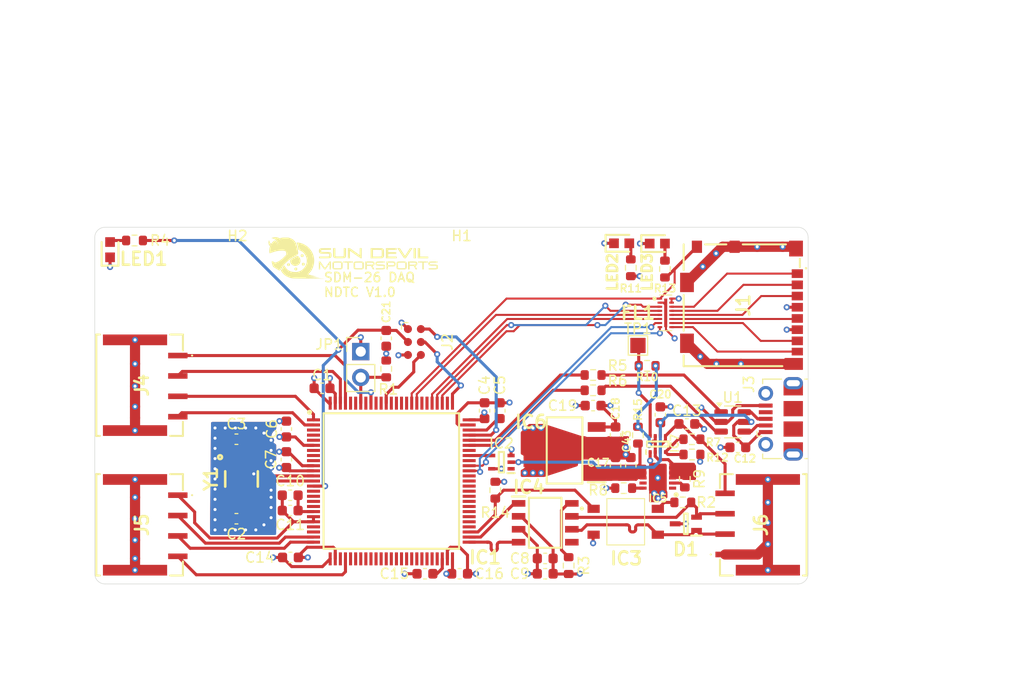
<source format=kicad_pcb>
(kicad_pcb (version 20241229) (generator "pcbnew") (generator_version "9.0")
  (layers (0 "F.Cu" signal) (4 "In1.Cu" signal) (6 "In2.Cu" signal) (2 "B.Cu" signal) (13 "F.Paste" user) (15 "B.Paste" user) (5 "F.SilkS" user "F.Silkscreen") (7 "B.SilkS" user "B.Silkscreen") (1 "F.Mask" user) (3 "B.Mask" user) (25 "Edge.Cuts" user))
  (net 0 "")
  (net 1 "GND")
  (net 2 "/HSE_OUT")
  (net 3 "/HSE_IN")
  (net 4 "+3.3V")
  (net 5 "VCC")
  (net 6 "GNDA")
  (net 7 "VBUS")
  (net 8 "/CAN_LOW")
  (net 9 "/CAN_HI")
  (net 10 "/SDMMC1_D3")
  (net 11 "Net-(FL1-DAT2_EX)")
  (net 12 "/SDMMC1_CMD")
  (net 13 "Net-(FL1-CMD_EX)")
  (net 14 "/SDMMC1_CK")
  (net 15 "Net-(FL1-DAT1_EX)")
  (net 16 "/SDMMC1_D2")
  (net 17 "Net-(FL1-CLK_EX)")
  (net 18 "Net-(FL1-DAT3_EX)")
  (net 19 "/SDMMC1_D0")
  (net 20 "Net-(FL1-DAT0_EX)")
  (net 21 "/SDMMC1_D1")
  (net 22 "/SDMMC1_CD")
  (net 33 "/Reset")
  (net 38 "WheelSpeed_2")
  (net 39 "WheelSpeed_4")
  (net 40 "/USB_OTG_DM")
  (net 45 "/SWDIO")
  (net 49 "Net-(IC1-BOOT0)")
  (net 52 "/USB_OTG_DP")
  (net 54 "/SWCLK")
  (net 62 "/FDCAN2_RX")
  (net 68 "/FDCAN2_TX")
  (net 69 "/USER_LED")
  (net 70 "/ECU_Feedback")
  (net 73 "/CAN_TERM")
  (net 75 "/SWO")
  (net 77 "WheelSpeed_3")
  (net 82 "/USB_OTG_VBUS")
  (net 86 "TC_Prediction")
  (net 90 "WheelSpeed_1")
  (net 92 "Net-(IC3-Pad6)")
  (net 93 "+5V")
  (net 96 "Net-(J3-D+)")
  (net 104 "Net-(J3-D-)")
  (net 105 "Net-(LED1-A)")
  (net 106 "Net-(IC1-VCAP_2)")
  (net 107 "Net-(IC1-VCAP_1)")
  (net 108 "Net-(LED2-A)")
  (net 111 "Net-(IC4-Rs)")
  (net 113 "Net-(IC5-ILIM)")
  (net 115 "Net-(IC5-EN{slash}UVLO)")
  (net 116 "Net-(IC7-ST)")
  (net 117 "Net-(R5-Pad1)")
  (net 118 "Net-(R6-Pad2)")
  (net 119 "/MISC_1")
  (net 120 "+3.3VA")
  (net 125 "Net-(IC7-PR1)")
  (net 126 "Net-(LED3-A)")
  (net 128 "/EFUSE_OUT")
  (footprint "SDM_MiscFootprint:ABM3B" (layer "F.Cu") (at 114.4 139.7 -90)
    (property "Reference" "Y1")
    (property "Value" "ABM3B-8.000MHZ-10-1-U-T" (hide yes))
  )
  (footprint "SDM_MiscFootprint:SM04BULHK1TA1ETBHF" (layer "F.Cu") (at 104.4 130.5 90)
    (property "Reference" "J4")
    (property "Value" "SM04B-ULHK-1TA1-ETB_HF_" (hide yes))
  )
  (footprint "Connector_PinHeader_2.54mm:PinHeader_1x02_P2.54mm_Vertical" (layer "F.Cu") (at 126.1 127.2)
    (property "Reference" "JP1")
    (property "Value" "BOOT")
  )
  (footprint "Resistor_SMD:R_0603_1608Metric" (layer "F.Cu") (at 153.3 135.4 -90)
    (property "Reference" "R15")
    (property "Value" "0")
  )
  (footprint "SDM_MiscFootprint:SOT65P210X110-5L" (layer "F.Cu") (at 139.9 138.05 180)
    (property "Reference" "IC2")
    (property "Value" "74LVC1G17SE-7" (hide yes))
  )
  (footprint "Resistor_SMD:R_0603_1608Metric" (layer "F.Cu") (at 148.9 131)
    (property "Reference" "R6")
    (property "Value" "27")
  )
  (footprint "Capacitor_SMD:C_0603_1608Metric" (layer "F.Cu") (at 132.4 149 180)
    (property "Reference" "C15")
    (property "Value" "2.2uF")
  )
  (footprint "MountingHole:MountingHole_3.2mm_M3" (layer "F.Cu") (at 136 120)
    (property "Reference" "H1")
    (property "Value" "M3")
  )
  (footprint "Capacitor_SMD:C_0603_1608Metric" (layer "F.Cu") (at 118.8 137.8 90)
    (property "Reference" "C7")
    (property "Value" "100nF")
  )
  (footprint "Capacitor_SMD:C_0603_1608Metric" (layer "F.Cu") (at 119.175 142.8 180)
    (property "Reference" "C11")
    (property "Value" "1uF")
  )
  (footprint "Resistor_SMD:R_0603_1608Metric" (layer "F.Cu") (at 154.2 128.6 180)
    (property "Reference" "R10")
    (property "Value" "10k")
  )
  (footprint "Package_TO_SOT_SMD:SOT-23-6" (layer "F.Cu") (at 162.6 134.1)
    (property "Reference" "U1")
    (property "Value" "USBLC6-2SC6")
  )
  (footprint "SDM_MiscFootprint:SM04BULHK1TA1ETBHF" (layer "F.Cu") (at 165.6 144.2 -90)
    (property "Reference" "J6")
    (property "Value" "SM04B-ULHK-1TA1-ETB_HF_" (hide yes))
  )
  (footprint "SDM_MiscFootprint:SOIC127P600X175-8L" (layer "F.Cu") (at 144.2 144)
    (property "Reference" "IC4")
    (property "Value" "SN65HVD230QDR" (hide yes))
  )
  (footprint "SDM_MiscFootprint:1040310811" (layer "F.Cu") (at 163.644 122.655 90)
    (property "Reference" "J1")
    (property "Value" "104031-0811" (hide yes))
  )
  (footprint "Capacitor_SMD:C_0603_1608Metric" (layer "F.Cu") (at 128.6 125.9 -90)
    (property "Reference" "C21")
    (property "Value" "100nF")
  )
  (footprint "SDM_MiscFootprint:SOTFL50P160X60-8L" (layer "F.Cu") (at 155.25 136.2695 90)
    (property "Reference" "IC7")
    (property "Value" "TPS2116DRLR" (hide yes))
  )
  (footprint "TestPoint:TestPoint_Pad_1.5x1.5mm" (layer "F.Cu") (at 153.3 126.6)
    (property "Reference" "TP1")
    (property "Value" "ST_5V")
  )
  (footprint "Capacitor_SMD:C_0603_1608Metric" (layer "F.Cu") (at 139.75 133 -90)
    (property "Reference" "C5")
    (property "Value" "2.2uF")
  )
  (footprint "Resistor_SMD:R_0603_1608Metric" (layer "F.Cu") (at 128.6 128.9 -90)
    (property "Reference" "R1")
    (property "Value" "10k")
  )
  (footprint "Capacitor_SMD:C_0603_1608Metric" (layer "F.Cu") (at 122.3 130.8 180)
    (property "Reference" "C1")
    (property "Value" "100nF")
  )
  (footprint "LOGO" (layer "F.Cu") (at 125.4 118)
    (property "Reference" "G***" (hide yes))
    (property "Value" "LOGO" (hide yes))
  )
  (footprint "SDM_MiscFootprint:LEDC1608X80N" (layer "F.Cu") (at 151.7 116.575)
    (property "Reference" "LED2")
    (property "Value" "150060RS75000" (hide yes))
  )
  (footprint "Resistor_SMD:R_0603_1608Metric" (layer "F.Cu") (at 157.9 139.7 -90)
    (property "Reference" "R9")
    (property "Value" "1M")
  )
  (footprint "Resistor_SMD:R_0603_1608Metric" (layer "F.Cu") (at 139.3 140.8 -90)
    (property "Reference" "R14")
    (property "Value" "10k")
  )
  (footprint "Capacitor_SMD:C_0603_1608Metric" (layer "F.Cu") (at 155.5 133.4 90)
    (property "Reference" "C20")
    (property "Value" "1uF")
  )
  (footprint "SDM_MiscFootprint:Tag-Connect_TC2030-IDC-NL_2x03_P1.27mm_Vertical" (layer "F.Cu") (at 131.365 126.26 -90)
    (property "Reference" "J2")
    (property "Value" "Conn_ARM_SWD_TagConnect_TC2030-NL")
  )
  (footprint "Resistor_SMD:R_0603_1608Metric" (layer "F.Cu") (at 158.6 137.3)
    (property "Reference" "R12")
    (property "Value" "10k")
  )
  (footprint "Capacitor_SMD:C_0603_1608Metric" (layer "F.Cu") (at 113.9 143.6 180)
    (property "Reference" "C2")
    (property "Value" "6pF")
  )
  (footprint "SDM_MiscFootprint:LEDC1608X80N" (layer "F.Cu") (at 101.5 117.2 90)
    (property "Reference" "LED1")
    (property "Value" "150060GS75000" (hide yes))
  )
  (footprint "Capacitor_SMD:C_0603_1608Metric" (layer "F.Cu") (at 135.8 149 180)
    (property "Reference" "C16")
    (property "Value" "100nF")
  )
  (footprint "Capacitor_SMD:C_0603_1608Metric" (layer "F.Cu") (at 152.6 138.375 90)
    (property "Reference" "C43")
    (property "Value" "1uF")
  )
  (footprint "Capacitor_SMD:C_0603_1608Metric" (layer "F.Cu") (at 151.1 138.375 -90)
    (property "Reference" "C17")
    (property "Value" "10uF")
  )
  (footprint "Resistor_SMD:R_0603_1608Metric" (layer "F.Cu") (at 151.9 140.6)
    (property "Reference" "R8")
    (property "Value" "60.4k")
  )
  (footprint "SDM_MiscFootprint:SM04BULHK1TA1ETBHF" (layer "F.Cu") (at 104.4 144.2 90)
    (property "Reference" "J5")
    (property "Value" "SM04B-ULHK-1TA1-ETB_HF_" (hide yes))
  )
  (footprint "Capacitor_SMD:C_0603_1608Metric" (layer "F.Cu") (at 119.175 141.3)
    (property "Reference" "C10")
    (property "Value" "100nF")
  )
  (footprint "Resistor_SMD:R_0603_1608Metric" (layer "F.Cu") (at 148.9 129.5 180)
    (property "Reference" "R5")
    (property "Value" "27")
  )
  (footprint "SDM_MiscFootprint:SOT65P210X110-3N" (layer "F.Cu") (at 158 144.1 180)
    (property "Reference" "D1")
    (property "Value" "ESDCAN03-2BWY" (hide yes))
  )
  (footprint "SDM_MiscFootprint:TLP266J" (layer "F.Cu") (at 152.15 143.9)
    (property "Reference" "IC3")
    (property "Value" "TLP175A_TPL,E" (hide yes))
  )
  (footprint "SDM_MiscFootprint:SON50P300X300X100-11L-D" (layer "F.Cu") (at 155.249 139.6 180)
    (property "Reference" "IC5")
    (property "Value" "TPS259250DRCR" (hide yes))
  )
  (footprint "Capacitor_SMD:C_0603_1608Metric" (layer "F.Cu") (at 163.1 136.6)
    (property "Reference" "C12")
    (property "Value" "100nF")
  )
  (footprint "Resistor_SMD:R_0603_1608Metric" (layer "F.Cu") (at 103.9 116.3 180)
    (property "Reference" "R4")
    (property "Value" "5.05")
  )
  (footprint "Capacitor_SMD:C_0603_1608Metric" (layer "F.Cu") (at 144.2 149)
    (property "Reference" "C9")
    (property "Value" "100nF")
  )
  (footprint "Capacitor_SMD:C_0603_1608Metric" (layer "F.Cu") (at 144.2 147.5)
    (property "Reference" "C8")
    (property "Value" "100nF")
  )
  (footprint "Resistor_SMD:R_0603_1608Metric" (layer "F.Cu") (at 146.5 148.2 90)
    (property "Reference" "R3")
    (property "Value" "10k")
  )
  (footprint "SDM_MiscFootprint:QFP50P1600X1600X160-100L" (layer "F.Cu") (at 129.1 139.9)
    (property "Reference" "IC1")
    (property "Value" "STM32H743VIT6" (hide yes))
  )
  (footprint "Capacitor_SMD:C_0603_1608Metric" (layer "F.Cu") (at 118.8 134.8 90)
    (property "Reference" "C6")
    (property "Value" "100nF")
  )
  (footprint "Capacitor_SMD:C_0603_1608Metric" (layer "F.Cu") (at 151.1 135.375 90)
    (property "Reference" "C18")
    (property "Value" "10uF")
  )
  (footprint "Connector_USB:USB_Micro-B_Molex-105017-0001" (layer "F.Cu") (at 167.3 133.8 90)
    (property "Reference" "J3")
    (property "Value" "USB_B_Micro")
  )
  (footprint "SDM_MiscFootprint:SOT230P700X180-4N" (layer "F.Cu") (at 146.1 136.9 180)
    (property "Reference" "IC6")
    (property "Value" "MIC37100-3.3WS" (hide yes))
  )
  (footprint "MountingHole:MountingHole_3.2mm_M3" (layer "F.Cu") (at 114 120)
    (property "Reference" "H2")
    (property "Value" "M3")
  )
  (footprint "Resistor_SMD:R_0603_1608Metric" (layer "F.Cu") (at 157.7 142)
    (property "Reference" "R2")
    (property "Value" "120")
  )
  (footprint "Capacitor_SMD:C_0603_1608Metric" (layer "F.Cu") (at 113.9 135.8)
    (property "Reference" "C3")
    (property "Value" "6pF")
  )
  (footprint "Resistor_SMD:R_0603_1608Metric" (layer "F.Cu") (at 155.95 119.1 90)
    (property "Reference" "R13")
    (property "Value" "68")
  )
  (footprint "Capacitor_SMD:C_0603_1608Metric" (layer "F.Cu") (at 138.25 133 -90)
    (property "Reference" "C4")
    (property "Value" "100nF")
  )
  (footprint "Capacitor_SMD:C_0603_1608Metric" (layer "F.Cu") (at 158.1 134.3 180)
    (property "Reference" "C13")
    (property "Value" "1uF")
  )
  (footprint "Resistor_SMD:R_0603_1608Metric" (layer "F.Cu") (at 158.6 135.8 180)
    (property "Reference" "R7")
    (property "Value" "10k")
  )
  (footprint "SDM_MiscFootprint:LEDC1608X80N" (layer "F.Cu") (at 155.2 116.6)
    (property "Reference" "LED3")
    (property "Value" "150060RS75000" (hide yes))
  )
  (footprint "Resistor_SMD:R_0603_1608Metric" (layer "F.Cu") (at 152.6 118.975 90)
    (property "Reference" "R11")
    (property "Value" "68")
  )
  (footprint "SDM_MiscFootprint:EMIF06MSD02N16" (layer "F.Cu") (at 155.825 123.4 -90)
    (property "Reference" "FL1")
    (property "Value" "EMIF06-MSD02N16" (hide yes))
  )
  (footprint "Capacitor_SMD:C_0603_1608Metric" (layer "F.Cu") (at 148.9 132.5)
    (property "Reference" "C19")
    (property "Value" "4.7uF")
  )
  (footprint "Capacitor_SMD:C_0603_1608Metric" (layer "F.Cu") (at 119.2 147.4)
    (property "Reference" "C14")
    (property "Value" "100nF")
  )
  (gr_line (start 101 115) (end 169 115) (stroke (width 0.05)) (layer "Edge.Cuts"))
  (gr_arc (start 170 149) (mid 169.707107 149.707107) (end 169 150) (stroke (width 0.05)) (layer "Edge.Cuts"))
  (gr_arc (start 100 116) (mid 100.292893 115.292893) (end 101 115) (stroke (width 0.05)) (layer "Edge.Cuts"))
  (gr_arc (start 101 150) (mid 100.292893 149.707107) (end 100 149) (stroke (width 0.05)) (layer "Edge.Cuts"))
  (gr_line (start 100 149) (end 100 116) (stroke (width 0.05)) (layer "Edge.Cuts"))
  (gr_line (start 170 116) (end 170 149) (stroke (width 0.05)) (layer "Edge.Cuts"))
  (gr_line (start 169 150) (end 101 150) (stroke (width 0.05)) (layer "Edge.Cuts"))
  (gr_arc (start 169 115) (mid 169.707107 115.292893) (end 170 116) (stroke (width 0.05)) (layer "Edge.Cuts"))
  (gr_text "SDM-26 DAQ\nNDTC V1.0" (at 122.4 121.9 0) (layer "F.SilkS") (effects (font (size 0.9 0.9)) (justify left bottom)))
  (segment (start 154.5 137.9) (end 154.5 137.0575) (width 0.3) (layer "F.Cu") (net 1))
  (segment (start 113.125 143.6) (end 113.125 141.775) (width 0.3) (layer "F.Cu") (net 1))
  (segment (start 159.414 127.686) (end 158.113 126.385) (width 1) (layer "F.Cu") (net 1))
  (segment (start 113.125 143.6) (end 113.125 144.375) (width 0.3) (layer "F.Cu") (net 1))
  (segment (start 147.575 149.025) (end 147.6 149) (width 0.3) (layer "F.Cu") (net 1))
  (segment (start 138.25 132.225) (end 139.75 132.225) (width 0.3) (layer "F.Cu") (net 1))
  (segment (start 168.638 116.915) (end 168.813 117.09) (width 1) (layer "F.Cu") (net 1))
  (segment (start 136.625 132.225) (end 138.25 132.225) (width 0.3) (layer "F.Cu") (net 1))
  (segment (start 144.975 146.512) (end 144.975 147.5) (width 0.3) (layer "F.Cu") (net 1))
  (segment (start 123.1 132.262) (end 122.987 132.262) (width 0.3) (layer "F.Cu") (net 1))
  (segment (start 149.95 137.6) (end 149.25 136.9) (width 0.3) (layer "F.Cu") (net 1))
  (segment (start 136.575 149) (end 137.4 149) (width 0.3) (layer "F.Cu") (net 1))
  (segment (start 162.788 116.915) (end 161.613 116.915) (width 1) (layer "F.Cu") (net 1))
  (segment (start 163.4 128.41) (end 161 128.41) (width 1) (layer "F.Cu") (net 1))
  (segment (start 166.05 142) (end 166.05 144) (width 1) (layer "F.Cu") (net 1))
  (segment (start 103.95 145.7) (end 103.95 147.5) (width 1) (layer "F.Cu") (net 1))
  (segment (start 152.3 137.3) (end 152.6 137.6) (width 0.3) (layer "F.Cu") (net 1))
  (segment (start 148.9 145.22) (end 148.95 145.17) (width 0.3) (layer "F.Cu") (net 1))
  (segment (start 151.1 137.6) (end 149.95 137.6) (width 0.3) (layer "F.Cu") (net 1))
  (segment (start 139.75 132.225) (end 140.675 132.225) (width 0.3) (layer "F.Cu") (net 1))
  (segment (start 150.2 140.6) (end 151.075 140.6) (width 0.3) (layer "F.Cu") (net 1))
  (segment (start 123.1 147.538) (end 122.338 148.3) (width 0.3) (layer "F.Cu") (net 1))
  (segment (start 140.85 136.85) (end 140.9 136.8) (width 0.3) (layer "F.Cu") (net 1))
  (segment (start 151.65 136.15) (end 151.1 136.15) (width 0.3) (layer "F.Cu") (net 1))
  (segment (start 166.05 139.75) (end 166.05 142) (width 1) (layer "F.Cu") (net 1))
  (segment (start 140.85 137.4) (end 140.85 136.85) (width 0.3) (layer "F.Cu") (net 1))
  (segment (start 103.95 132.6) (end 103.95 133.7) (width 1) (layer "F.Cu") (net 1))
  (segment (start 160.138 128.41) (end 159.414 127.686) (width 1) (layer "F.Cu") (net 1))
  (segment (start 144.975 146.512) (end 141.828 143.365) (width 0.3) (layer "F.Cu") (net 1))
  (segment (start 103.95 140.05) (end 103.95 141.5) (width 1) (layer "F.Cu") (net 1))
  (segment (start 150 136.15) (end 149.25 136.9) (width 0.3) (layer "F.Cu") (net 1))
  (segment (start 118.98781 137.025) (end 118.8 137.025) (width 0.3) (layer "F.Cu") (net 1))
  (segment (start 156.051 123.426) (end 156.025 123.4) (width 0.2) (layer "F.Cu") (net 1))
  (segment (start 118.1 137.025) (end 118.8 137.025) (width 0.3) (layer "F.Cu") (net 1))
  (segment (start 103.95 126.05) (end 103.95 128.4) (width 1) (layer "F.Cu") (net 1))
  (segment (start 113.125 141.775) (end 113.2 141.7) (width 0.3) (layer "F.Cu") (net 1))
  (segment (start 159.28076 134.3) (end 159.79038 134.80962) (width 0.3) (layer "F.Cu") (net 1))
  (segment (start 146.5 149.025) (end 145 149.025) (width 0.3) (layer "F.Cu") (net 1))
  (segment (start 161 128.41) (end 160.138 128.41) (width 1) (layer "F.Cu") (net 1))
  (segment (start 162.788 116.915) (end 165 116.915) (width 1) (layer "F.Cu") (net 1))
  (segment (start 165.8375 132.5) (end 163.012322 132.5) (width 0.3) (layer "F.Cu") (net 1))
  (segment (start 148.9 146) (end 148.9 145.22) (width 0.3) (layer "F.Cu") (net 1))
  (segment (start 141.589 143.465) (end 141.928 143.465) (width 0.3) (layer "F.Cu") (net 1))
  (segment (start 113.125 144.375) (end 112.8 144.7) (width 0.3) (layer "F.Cu") (net 1))
  (segment (start 115.6 139.2) (end 115.6 137.7) (width 0.3) (layer "F.Cu") (net 1))
  (segment (start 134.9 146.4) (end 135.8 146.4) (width 0.3) (layer "F.Cu") (net 1))
  (segment (start 122.338 148.3) (end 119.325 148.3) (width 0.3) (layer "F.Cu") (net 1))
  (segment (start 122.987 132.262) (end 121.525 130.8) (width 0.3) (layer "F.Cu") (net 1))
  (segment (start 123.1 132.362) (end 123.087 132.362) (width 0.3) (layer "F.Cu") (net 1))
  (segment (start 156.025 123.4) (end 156.025 122.625) (width 0.2) (layer "F.Cu") (net 1))
  (segment (start 136.575 147.175) (end 136.575 149) (width 0.3) (layer "F.Cu") (net 1))
  (segment (start 151.1 136.15) (end 150 136.15) (width 0.3) (layer "F.Cu") (net 1))
  (segment (start 156.9 125.9) (end 156.051 125.051) (width 0.2) (layer "F.Cu") (net 1))
  (segment (start 136.738 134.4) (end 135.7 134.4) (width 0.3) (layer "F.Cu") (net 1))
  (segment (start 135.7 134.4) (end 135.55 134.25) (width 0.3) (layer "F.Cu") (net 1))
  (segment (start 165 116.915) (end 167.5 116.915) (width 1) (layer "F.Cu") (net 1))
  (segment (start 161.85 147.11) (end 165.04 147.11) (width 1) (layer "F.Cu") (net 1))
  (segment (start 162.6 133.624998) (end 162.124998 134.1) (width 0.3) (layer "F.Cu") (net 1))
  (segment (start 166.05 146.1) (end 166.05 148.65) (width 1) (layer "F.Cu") (net 1))
  (segment (start 152.1 137.3) (end 151.8 137.6) (width 0.3) (layer "F.Cu") (net 1))
  (segment (start 161.613 116.915) (end 160.964 117.564) (width 1) (layer "F.Cu") (net 1))
  (segment (start 147.2 132.5) (end 148.125 132.5) (width 0.3) (layer "F.Cu") (net 1))
  (segment (start 166.05 144) (end 166.05 146.1) (width 1) (layer "F.Cu") (net 1))
  (segment (start 101.5 117.95) (end 101.5 118.9) (width 0.3) (layer "F.Cu") (net 1))
  (segment (start 156.95 144.1) (end 158 144.1) (width 0.3) (layer "F.Cu") (net 1))
  (segment (start 159.425 137.975) (end 159.4 138) (width 0.3) (layer "F.Cu") (net 1))
  (segment (start 103.95 147.5) (end 103.95 148.599) (width 1) (layer "F.Cu") (net 1))
  (segment (start 118.425 147.4) (end 117.5 147.4) (width 0.3) (layer "F.Cu") (net 1))
  (segment (start 131.625 149) (end 130.4 149) (width 0.3) (layer "F.Cu") (net 1))
  (segment (start 139.3 139.975) (end 140.175 139.975) (width 0.3) (layer "F.Cu") (net 1))
  (segment (start 167.5 116.915) (end 168.638 116.915) (width 1) (layer "F.Cu") (net 1))
  (segment (start 160.964 117.564) (end 159.664 118.864) (width 1) (layer "F.Cu") (net 1))
  (segment (start 118.8 137.1) (end 118.8 137.025) (width 0.2) (layer "F.Cu") (net 1))
  (segment (start 158.875 134.3) (end 159.28076 134.3) (width 0.3) (layer "F.Cu") (net 1))
  (segment (start 134.6 147.538) (end 134.6 146.7) (width 0.3) (layer "F.Cu") (net 1))
  (segment (start 130.73 127.53) (end 129.83 127.53) (width 0.3) (layer "F.Cu") (net 1))
  (segment (start 168.938 125.05) (end 167.9 125.05) (width 0.3) (layer "F.Cu") (net 1))
  (segment (start 144.975 147.5) (end 144.975 149) (width 0.3) (layer "F.Cu") (net 1))
  (segment (start 162.325 136.6) (end 161.4 136.6) (width 0.3) (layer "F.Cu") (net 1))
  (segment (start 135.8 146.4) (end 136.575 147.175) (width 0.3) (layer "F.Cu") (net 1))
  (segment (start 152.1 137.3) (end 152.3 137.3) (width 0.3) (layer "F.Cu") (net 1))
  (segment (start 103.95 130.6) (end 103.95 132.6) (width 1) (layer "F.Cu") (net 1))
  (segment (start 155.45 122.4) (end 155.8 122.4) (width 0.2) (layer "F.Cu") (net 1))
  (segment (start 146.5 149.025) (end 147.575 149.025) (width 0.3) (layer "F.Cu") (net 1))
  (segment (start 141.828 143.365) (end 141.589 143.365) (width 0.3) (layer "F.Cu") (net 1))
  (segment (start 163.012322 132.5) (end 162.6 132.912322) (width 0.3) (layer "F.Cu") (net 1))
  (segment (start 128.6 127.4) (end 128.6 126.675) (width 0.3) (layer "F.Cu") (net 1))
  (segment (start 103.95 141.5) (end 103.95 143.6) (width 1) (layer "F.Cu") (net 1))
  (segment (start 159.664 118.864) (end 158.113 120.415) (width 1) (layer "F.Cu") (net 1))
  (segment (start 160.91924 134.1) (end 159.50962 132.69038) (width 0.3) (layer "F.Cu") (net 1))
  (segment (start 113.125 135.8) (end 113.125 135.025) (width 0.3) (layer "F.Cu") (net 1))
  (segment (start 140.675 132.225) (end 140.7 132.2) (width 0.3) (layer "F.Cu") (net 1))
  (segment (start 161.4625 134.1) (end 160.91924 134.1) (width 0.3) (layer "F.Cu") (net 1))
  (segment (start 155.5 132.625) (end 156.475 132.625) (width 0.3) (layer "F.Cu") (net 1))
  (segment (start 159.425 137.3) (end 159.425 137.975) (width 0.3) (layer "F.Cu") (net 1))
  (segment (start 156.475 132.625) (end 156.5 132.6) (width 0.3) (layer "F.Cu") (net 1))
  (segment (start 103.95 133.7) (end 103.95 134.95) (width 1) (layer "F.Cu") (net 1))
  (segment (start 120.36281 138.4) (end 118.98781 137.025) (width 0.3) (layer "F.Cu") (net 1))
  (segment (start 135.55 134.25) (end 135.55 133.3) (width 0.3) (layer "F.Cu") (net 1))
  (segment (start 118.125 134.025) (end 118.8 134.025) (width 0.3) (layer "F.Cu") (net 1))
  (segment (start 151.1 137.6) (end 151.1 136.15) (width 0.3) (layer "F.Cu") (net 1))
  (segment (start 156.025 122.625) (end 155.8 122.4) (width 0.2) (layer "F.Cu") (net 1))
  (segment (start 123.1 132.362) (end 123.1 132.175) (width 0.3) (layer "F.Cu") (net 1))
  (segment (start 121.525 130.8) (end 121.525 129.8) (width 0.3) (layer "F.Cu") (net 1))
  (segment (start 152.1 136.6) (end 151.65 136.15) (width 0.3) (layer "F.Cu") (net 1))
  (segment (start 121.462 138.4) (end 120.36281 138.4) (width 0.3) (layer "F.Cu") (net 1))
  (segment (start 103.95 128.4) (end 103.95 130.6) (width 1) (layer "F.Cu") (net 1))
  (segment (start 128.6 128.075) (end 128.6 127.4) (width 0.3) (layer "F.Cu") (net 1))
  (segment (start 162.6 132.912322) (end 162.6 133.624998) (width 0.3) (layer "F.Cu") (net 1))
  (segment (start 150.95 116.575) (end 150 116.575) (width 0.3) (layer "F.Cu") (net 1))
  (segment (start 162.124998 134.1) (end 161.4625 134.1) (width 0.3) (layer "F.Cu") (net 1))
  (segment (start 103.95 143.6) (end 103.95 145.7) (width 1) (layer "F.Cu") (net 1))
  (segment (start 119.325 148.3) (end 118.425 147.4) (width 0.3) (layer "F.Cu") (net 1))
  (segment (start 165.04 147.11) (end 166.05 146.1) (width 1) (layer "F.Cu") (net 1))
  (segment (start 151.8 137.6) (end 151.1 137.6) (width 0.3) (layer "F.Cu") (net 1))
  (segment (start 135.55 133.3) (end 136.625 132.225) (width 0.3) (layer "F.Cu") (net 1))
  (segment (start 134.6 146.7) (end 134.9 146.4) (width 0.3) (layer "F.Cu") (net 1))
  (segment (start 113.125 135.025) (end 112.8 134.7) (width 0.3) (layer "F.Cu") (net 1))
  (segment (start 154.45 116.6) (end 153.5 116.6) (width 0.3) (layer "F.Cu") (net 1))
  (segment (start 156.051 125.051) (end 156.051 123.426) (width 0.2) (layer "F.Cu") (net 1))
  (segment (start 168.588 128.41) (end 163.4 128.41) (width 1) (layer "F.Cu") (net 1))
  (segment (start 145 149.025) (end 144.975 149) (width 0.3) (layer "F.Cu") (net 1))
  (via (at 117.299997 138.6) (size 0.6) (drill 0.3) (layers "F.Cu" "B.Cu") (net 1))
  (via (at 166.05 139.75) (size 0.6) (drill 0.3) (layers "F.Cu" "B.Cu") (net 1))
  (via (at 111.8 138.7) (size 0.6) (drill 0.3) (layers "F.Cu" "B.Cu") (net 1))
  (via (at 140.7 132.2) (size 0.6) (drill 0.3) (layers "F.Cu" "B.Cu") (net 1))
  (via (at 121.525 129.8) (size 0.6) (drill 0.3) (layers "F.Cu" "B.Cu") (net 1))
  (via (at 147.6 149) (size 0.6) (drill 0.3) (layers "F.Cu" "B.Cu") (net 1))
  (via (at 112.8 144.7) (size 0.6) (drill 0.3) (layers "F.Cu" "B.Cu") (net 1))
  (via (at 117.3 143.5) (size 0.6) (drill 0.3) (layers "F.Cu" "B.Cu") (net 1))
  (via (at 111.8 143.7) (size 0.6) (drill 0.3) (layers "F.Cu" "B.Cu") (net 1))
  (via (at 167.9 125.05) (size 0.6) (drill 0.3) (layers "F.Cu" "B.Cu") (net 1))
  (via (at 114.8 144.7) (size 0.6) (drill 0.3) (layers "F.Cu" "B.Cu") (net 1))
  (via (at 152.1 136.6) (size 0.6) (drill 0.3) (layers "F.Cu" "B.Cu") (net 1))
  (via (at 111.8 136.7) (size 0.6) (drill 0.3) (layers "F.Cu" "B.Cu") (net 1))
  (via (at 115.6 139.2) (size 0.6) (drill 0.3) (layers "F.Cu" "B.Cu") (net 1))
  (via (at 148.9 146) (size 0.6) (drill 0.3) (layers "F.Cu" "B.Cu") (net 1))
  (via (at 140.9 136.8) (size 0.6) (drill 0.3) (layers "F.Cu" "B.Cu") (net 1))
  (via (at 159.4 138) (size 0.6) (drill 0.3) (layers "F.Cu" "B.Cu") (net 1))
  (via (at 158 144.1) (size 0.6) (drill 0.3) (layers "F.Cu" "B.Cu") (net 1))
  (via (at 163.4 128.41) (size 0.6) (drill 0.3) (layers "F.Cu" "B.Cu") (net 1))
  (via (at 156.9 125.9) (size 0.6) (drill 0.3) (layers "F.Cu" "B.Cu") (net 1))
  (via (at 159.414 127.686) (size 0.6) (drill 0.3) (layers "F.Cu" "B.Cu") (net 1))
  (via (at 161 128.41) (size 0.6) (drill 0.3) (layers "F.Cu" "B.Cu") (net 1))
  (via (at 115.8 134.7) (size 0.6) (drill 0.3) (layers "F.Cu" "B.Cu") (net 1))
  (via (at 166.05 146.1) (size 0.6) (drill 0.3) (layers "F.Cu" "B.Cu") (net 1))
  (via (at 166.05 144) (size 0.6) (drill 0.3) (layers "F.Cu" "B.Cu") (net 1))
  (via (at 103.95 145.7) (size 0.6) (drill 0.3) (layers "F.Cu" "B.Cu") (net 1))
  (via (at 137.4 149) (size 0.6) (drill 0.3) (layers "F.Cu" "B.Cu") (net 1))
  (via (at 114.8 134.7) (size 0.6) (drill 0.3) (layers "F.Cu" "B.Cu") (net 1))
  (via (at 161.4 136.6) (size 0.6) (drill 0.3) (layers "F.Cu" "B.Cu") (net 1))
  (via (at 103.95 139.75) (size 0.6) (drill 0.3) (layers "F.Cu" "B.Cu") (net 1))
  (via (at 103.95 128.4) (size 0.6) (drill 0.3) (layers "F.Cu" "B.Cu") (net 1))
  (via (at 159.50962 132.69038) (size 0.6) (drill 0.3) (layers "F.Cu" "B.Cu") (net 1))
  (via (at 142.2 139.1) (size 0.6) (drill 0.3) (layers "F.Cu" "B.Cu") (net 1))
  (via (at 159.79038 134.80962) (size 0.6) (drill 0.3) (layers "F.Cu" "B.Cu") (net 1))
  (via (at 103.95 143.6) (size 0.6) (drill 0.3) (layers "F.Cu" "B.Cu") (net 1))
  (via (at 155.7 141.1) (size 0.6) (drill 0.3) (layers "F.Cu" "B.Cu") (net 1))
  (via (at 117.3 135.9) (size 0.6) (drill 0.3) (layers "F.Cu" "B.Cu") (net 1))
  (via (at 111.8 139.7) (size 0.6) (drill 0.3) (layers "F.Cu" "B.Cu") (net 1))
  (via (at 103.95 134.95) (size 0.6) (drill 0.3) (layers "F.Cu" "B.Cu") (net 1))
  (via (at 117.3 136.9) (size 0.6) (drill 0.3) (layers "F.Cu" "B.Cu") (net 1))
  (via (at 117.3 137.9) (size 0.6) (drill 0.3) (layers "F.Cu" "B.Cu") (net 1))
  (via (at 117.5 147.4) (size 0.6) (drill 0.3) (layers "F.Cu" "B.Cu") (net 1))
  (via (at 167.5 116.915) (size 0.6) (drill 0.3) (layers "F.Cu" "B.Cu") (net 1))
  (via (at 111.8 142.7) (size 0.6) (drill 0.3) (layers "F.Cu" "B.Cu") (net 1))
  (via (at 116.6 144.2) (size 0.6) (drill 0.3) (layers "F.Cu" "B.Cu") (net 1))
  (via (at 103.95 141.5) (size 0.6) (drill 0.3) (layers "F.Cu" "B.Cu") (net 1))
  (via (at 159.664 118.864) (size 0.6) (drill 0.3) (layers "F.Cu" "B.Cu") (net 1))
  (via (at 150 116.575) (size 0.6) (drill 0.3) (layers "F.Cu" "B.Cu") (net 1))
  (via (at 103.95 147.5) (size 0.6) (drill 0.3) (layers "F.Cu" "B.Cu") (net 1))
  (via (at 155.249 139.6) (size 0.6) (drill 0.3) (layers "F.Cu" "B.Cu") (net 1))
  (via (at 130.4 149) (size 0.6) (drill 0.3) (layers "F.Cu" "B.Cu") (net 1))
  (via (at 113.8 144.7) (size 0.6) (drill 0.3) (layers "F.Cu" "B.Cu") (net 1))
  (via (at 154.9 141.1) (size 0.6) (drill 0.3) (layers "F.Cu" "B.Cu") (net 1))
  (via (at 160.964 117.564) (size 0.6) (drill 0.3) (layers "F.Cu" "B.Cu") (net 1))
  (via (at 128.6 127.4) (size 0.6) (drill 0.3) (layers "F.Cu" "B.Cu") (net 1))
  (via (at 147.2 132.5) (size 0.6) (drill 0.3) (layers "F.Cu" "B.Cu") (net 1))
  (via (at 111.8 135.7) (size 0.6) (drill 0.3) (layers "F.Cu" "B.Cu") (net 1))
  (via (at 112.8 134.7) (size 0.6) (drill 0.3) (layers "F.Cu" "B.Cu") (net 1))
  (via (at 111.8 134.7) (size 0.6) (drill 0.3) (layers "F.Cu" "B.Cu") (net 1))
  (via (at 166.05 142) (size 0.6) (drill 0.3) (layers "F.Cu" "B.Cu") (net 1))
  (via (at 140.175 139.975) (size 0.6) (drill 0.3) (layers "F.Cu" "B.Cu") (net 1))
  (via (at 115.8 144.7) (size 0.6) (drill 0.3) (layers "F.Cu" "B.Cu") (net 1))
  (via (at 103.95 148.65) (size 0.6) (drill 0.3) (layers "F.Cu" "B.Cu") (net 1))
  (via (at 166.05 148.65) (size 0.6) (drill 0.3) (layers "F.Cu" "B.Cu") (net 1))
  (via (at 103.95 130.6) (size 0.6) (drill 0.3) (layers "F.Cu" "B.Cu") (net 1))
  (via (at 103.95 126.05) (size 0.6) (drill 0.3) (layers "F.Cu" "B.Cu") (net 1))
  (via (at 101.5 118.9) (size 0.6) (drill 0.3) (layers "F.Cu" "B.Cu") (net 1))
  (via (at 117.3 142.5) (size 0.6) (drill 0.3) (layers "F.Cu" "B.Cu") (net 1))
  (via (at 143.8 139.1) (size 0.6) (drill 0.3) (layers "F.Cu" "B.Cu") (net 1))
  (via (at 143.8 134.7) (size 0.6) (drill 0.3) (layers "F.Cu" "B.Cu") (net 1))
  (via (at 117.3 140.8) (size 0.6) (drill 0.3) (layers "F.Cu" "B.Cu") (net 1))
  (via (at 143 139.1) (size 0.6) (drill 0.3) (layers "F.Cu" "B.Cu") (net 1))
  (via (at 165 116.915) (size 0.6) (drill 0.3) (layers "F.Cu" "B.Cu") (net 1))
  (via (at 150.2 140.6) (size 0.6) (drill 0.3) (layers "F.Cu" "B.Cu") (net 1))
  (via (at 113.8 134.7) (size 0.6) (drill 0.3) (layers "F.Cu" "B.Cu") (net 1))
  (via (at 111.8 141.7) (size 0.6) (drill 0.3) (layers "F.Cu" "B.Cu") (net 1))
  (via (at 118.125 134.025) (size 0.6) (drill 0.3) (layers "F.Cu" "B.Cu") (net 1))
  (via (at 143 134.7) (size 0.6) (drill 0.3) (layers "F.Cu" "B.Cu") (net 1))
  (via (at 118.1 137.025) (size 0.6) (drill 0.3) (layers "F.Cu" "B.Cu") (net 1))
  (via (at 111.8 144.7) (size 0.6) (drill 0.3) (layers "F.Cu" "B.Cu") (net 1))
  (via (at 129.8 127.56) (size 0.6) (drill 0.3) (layers "F.Cu" "B.Cu") (net 1))
  (via (at 156.5 132.6) (size 0.6) (drill 0.3) (layers "F.Cu" "B.Cu") (net 1))
  (via (at 155.3 141.6) (size 0.6) (drill 0.3) (layers "F.Cu" "B.Cu") (net 1))
  (via (at 116.6 135.2) (size 0.6) (drill 0.3) (layers "F.Cu" "B.Cu") (net 1))
  (via (at 154.5 137.9) (size 0.6) (drill 0.3) (layers "F.Cu" "B.Cu") (net 1))
  (via (at 111.8 137.7) (size 0.6) (drill 0.3) (layers "F.Cu" "B.Cu") (net 1))
  (via (at 142.2 134.7) (size 0.6) (drill 0.3) (layers "F.Cu" "B.Cu") (net 1))
  (via (at 111.8 140.7) (size 0.6) (drill 0.3) (layers "F.Cu" "B.Cu") (net 1))
  (via (at 103.95 132.6) (size 0.6) (drill 0.3) (layers "F.Cu" "B.Cu") (net 1))
  (via (at 153.5 116.6) (size 0.6) (drill 0.3) (layers "F.Cu" "B.Cu") (net 1))
  (via (at 117.3 141.5) (size 0.6) (drill 0.3) (layers "F.Cu" "B.Cu") (net 1))
  (via (at 152.1 137.3) (size 0.6) (drill 0.3) (layers "F.Cu" "B.Cu") (net 1))
  (segment (start 116.6 142.7) (end 115.7 143.6) (width 0.3) (layer "F.Cu") (net 2))
  (segment (start 115.7 143.6) (end 114.675 143.6) (width 0.3) (layer "F.Cu") (net 2))
  (segment (start 117.279346 139.9) (end 116.6 140.579346) (width 0.3) (layer "F.Cu") (net 2))
  (segment (start 114.675 143.6) (end 114.675 142.625) (width 0.3) (layer "F.Cu") (net 2))
  (segment (start 121.462 139.9) (end 117.279346 139.9) (width 0.3) (layer "F.Cu") (net 2))
  (segment (start 116.6 140.579346) (end 116.6 142.7) (width 0.3) (layer "F.Cu") (net 2))
  (segment (start 114.675 142.625) (end 115.6 141.7) (width 0.3) (layer "F.Cu") (net 2))
  (segment (start 115.902 135.8) (end 114.675 135.8) (width 0.3) (layer "F.Cu") (net 3))
  (segment (start 113.2 137.7) (end 113.2 137.275) (width 0.3) (layer "F.Cu") (net 3))
  (segment (start 113.2 137.275) (end 114.675 135.8) (width 0.3) (layer "F.Cu") (net 3))
  (segment (start 117.1 139.4) (end 116.551 138.851) (width 0.3) (layer "F.Cu") (net 3))
  (segment (start 116.551 136.449) (end 115.902 135.8) (width 0.3) (layer "F.Cu") (net 3))
  (segment (start 116.551 138.851) (end 116.551 136.449) (width 0.3) (layer "F.Cu") (net 3))
  (segment (start 121.462 139.4) (end 117.1 139.4) (width 0.3) (layer "F.Cu") (net 3))
  (segment (start 123.075 129.825) (end 123.1 129.8) (width 0.3) (layer "F.Cu") (net 4))
  (segment (start 119.675 135.575) (end 118.8 135.575) (width 0.3) (layer "F.Cu") (net 4))
  (segment (start 123.4 146.4) (end 120.83302 146.4) (width 0.3) (layer "F.Cu") (net 4))
  (segment (start 152.6 119.8) (end 153.475 119.8) (width 0.3) (layer "F.Cu") (net 4))
  (segment (start 130.1 124.36) (end 130.73 124.99) (width 0.3) (layer "F.Cu") (net 4))
  (segment (start 118.8 135.575) (end 118.125 135.575) (width 0.3) (layer "F.Cu") (net 4))
  (segment (start 120 147.3) (end 119.975 147.3) (width 0.2) (layer "F.Cu") (net 4))
  (segment (start 156.6 122) (end 157.3 122) (width 0.2) (layer "F.Cu") (net 4))
  (segment (start 120.83302 146.4) (end 119.975 147.25802) (width 0.3) (layer "F.Cu") (net 4))
  (segment (start 136.738 133.9) (end 138.125 133.9) (width 0.3) (layer "F.Cu") (net 4))
  (segment (start 119.975 147.25802) (end 119.975 147.4) (width 0.3) (layer "F.Cu") (net 4))
  (segment (start 123.6 132.262) (end 123.6 131.325) (width 0.3) (layer "F.Cu") (net 4))
  (segment (start 143.425 147.5) (end 143.425 149) (width 0.3) (layer "F.Cu") (net 4))
  (segment (start 135.025 149) (end 135.101 148.924) (width 0.3) (layer "F.Cu") (net 4))
  (segment (start 126.1 127.16) (end 126.1 125.8) (width 0.3) (layer "F.Cu") (net 4))
  (segment (start 120.5 136.4) (end 119.675 135.575) (width 0.3) (layer "F.Cu") (net 4))
  (segment (start 135.025 149) (end 134.5 149) (width 0.3) (layer "F.Cu") (net 4))
  (segment (start 138.25 133.196526) (end 138.228474 133.175) (width 0.3) (layer "F.Cu") (net 4))
  (segment (start 149.675 132.5) (end 150.6 132.5) (width 0.3) (layer "F.Cu") (net 4))
  (segment (start 143.425 146.232) (end 143.425 147.5) (width 0.3) (layer "F.Cu") (net 4))
  (segment (start 156.6 122) (end 156.6 122.4) (width 0.2) (layer "F.Cu") (net 4))
  (segment (start 149.25 134.6) (end 151.1 134.6) (width 0.3) (layer "F.Cu") (net 4))
  (segment (start 123.6 146.6) (end 123.4 146.4) (width 0.3) (layer "F.Cu") (net 4))
  (segment (start 123.6 147.538) (end 123.6 146.6) (width 0.3) (layer "F.Cu") (net 4))
  (segment (start 135.101 148.924) (end 135.101 147.538) (width 0.3) (layer "F.Cu") (net 4))
  (segment (start 139.9 138.7) (end 138.95 138.7) (width 0.3) (layer "F.Cu") (net 4))
  (segment (start 123.6 131.325) (end 123.075 130.8) (width 0.3) (layer "F.Cu") (net 4))
  (segment (start 118.8 138.575) (end 118.125 138.575) (width 0.3) (layer "F.Cu") (net 4))
  (segment (start 151.1 134.6) (end 151.1 133.925) (width 0.3) (layer "F.Cu") (net 4))
  (segment (start 143.425 146.232) (end 141.828 144.635) (width 0.3) (layer "F.Cu") (net 4))
  (segment (start 118.125 138.575) (end 118.1 138.6) (width 0.3) (layer "F.Cu") (net 4))
  (segment (start 143.425 149) (end 142.5 149) (width 0.3) (layer "F.Cu") (net 4))
  (segment (start 138.25 133.775) (end 138.25 133.196526) (width 0.3) (layer "F.Cu") (net 4))
  (segment (start 123.075 130.8) (end 123.075 129.8) (width 0.3) (layer "F.Cu") (net 4))
  (segment (start 121.462 136.4) (end 120.5 136.4) (width 0.3) (layer "F.Cu") (net 4))
  (segment (start 141.828 144.635) (end 141.589 144.635) (width 0.3) (layer "F.Cu") (net 4))
  (segment (start 151.1 133.925) (end 149.675 132.5) (width 0.3) (layer "F.Cu") (net 4))
  (segment (start 168.938 122.85) (end 167.9 122.85) (width 0.3) (layer "F.Cu") (net 4))
  (segment (start 138.125 133.9) (end 138.25 133.775) (width 0.3) (layer "F.Cu") (net 4))
  (segment (start 120.9 147.4) (end 119.975 147.4) (width 0.3) (layer "F.Cu") (net 4))
  (segment (start 119.125 138.9) (end 118.8 138.575) (width 0.3) (layer "F.Cu") (net 4))
  (segment (start 121.462 138.9) (end 119.125 138.9) (width 0.3) (layer "F.Cu") (net 4))
  (segment (start 141.589 144.735) (end 141.928 144.735) (width 0.3) (layer "F.Cu") (net 4))
  (via (at 138.228474 133.175) (size 0.6) (drill 0.3) (layers "F.Cu" "B.Cu") (net 4))
  (via (at 153.475 119.8) (size 0.6) (drill 0.3) (layers "F.Cu" "B.Cu") (net 4))
  (via (at 126.1 125.8) (size 0.6) (drill 0.3) (layers "F.Cu" "B.Cu") (net 4))
  (via (at 150.6 132.5) (size 0.6) (drill 0.3) (layers "F.Cu" "B.Cu") (net 4))
  (via (at 134.5 149) (size 0.6) (drill 0.3) (layers "F.Cu" "B.Cu") (net 4))
  (via (at 142.5 149) (size 0.6) (drill 0.3) (layers "F.Cu" "B.Cu") (net 4))
  (via (at 118.1 138.6) (size 0.6) (drill 0.3) (layers "F.Cu" "B.Cu") (net 4))
  (via (at 120.9 147.4) (size 0.6) (drill 0.3) (layers "F.Cu" "B.Cu") (net 4))
  (via (at 130.1 124.36) (size 0.6) (drill 0.3) (layers "F.Cu" "B.Cu") (net 4))
  (via (at 157.3 122) (size 0.6) (drill 0.3) (layers "F.Cu" "B.Cu") (net 4))
  (via (at 167.9 122.85) (size 0.6) (drill 0.3) (layers "F.Cu" "B.Cu") (net 4))
  (via (at 118.125 135.575) (size 0.6) (drill 0.3) (layers "F.Cu" "B.Cu") (net 4))
  (via (at 123.075 129.8) (size 0.6) (drill 0.3) (layers "F.Cu" "B.Cu") (net 4))
  (via (at 139.9 138.7) (size 0.6) (drill 0.3) (layers "F.Cu" "B.Cu") (net 4))
  (segment (start 161.85 141.11) (end 161.85 138.225) (width 0.3) (layer "F.Cu") (net 5))
  (segment (start 161.85 138.225) (end 159.425 135.8) (width 0.3) (layer "F.Cu") (net 5))
  (segment (start 161.9 141.06) (end 161.85 141.11) (width 0.3) (layer "F.Cu") (net 5))
  (segment (start 157.1815 134.3) (end 156 135.4815) (width 0.3) (layer "F.Cu") (net 5))
  (segment (start 155.5 137.0575) (end 155.5 136.4195) (width 0.3) (layer "F.Cu") (net 5))
  (segment (start 157.325 134.3) (end 157.1815 134.3) (width 0.3) (layer "F.Cu") (net 5))
  (segment (start 159.425 135.8) (end 159.034774 135.8) (width 0.3) (layer "F.Cu") (net 5))
  (segment (start 157.175 134.4) (end 157.0815 134.4) (width 0.3) (layer "F.Cu") (net 5))
  (segment (start 159.034774 135.8) (end 157.534774 134.3) (width 0.3) (layer "F.Cu") (net 5))
  (segment (start 155.5 136.4195) (end 156.001 135.9185) (width 0.3) (layer "F.Cu") (net 5))
  (segment (start 157.534774 134.3) (end 157.325 134.3) (width 0.3) (layer "F.Cu") (net 5))
  (segment (start 156.001 135.9185) (end 156.001 135.4815) (width 0.3) (layer "F.Cu") (net 5))
  (segment (start 120.05 142.9) (end 119.95 142.8) (width 0.3) (layer "F.Cu") (net 6))
  (segment (start 121.462 142.9) (end 120.05 142.9) (width 0.3) (layer "F.Cu") (net 6))
  (segment (start 120.15 143) (end 119.95 142.8) (width 0.3) (layer "F.Cu") (net 6))
  (segment (start 119.95 142.8) (end 119.95 142.85) (width 0.3) (layer "F.Cu") (net 6))
  (segment (start 119.95 142.8) (end 119.95 141.3) (width 0.3) (layer "F.Cu") (net 6))
  (segment (start 155.5 135.4815) (end 155.5 134.175) (width 0.3) (layer "F.Cu") (net 7))
  (segment (start 165.8375 135.1) (end 165.3625 135.1) (width 0.3) (layer "F.Cu") (net 7))
  (segment (start 163.875 136.6) (end 165.375 135.1) (width 0.3) (layer "F.Cu") (net 7))
  (segment (start 162.7 134.475001) (end 163.075001 134.1) (width 0.3) (layer "F.Cu") (net 7))
  (segment (start 163.875 136.6) (end 162.7 135.425) (width 0.3) (layer "F.Cu") (net 7))
  (segment (start 141.574998 138.05) (end 140.85 138.05) (width 0.3) (layer "F.Cu") (net 7))
  (segment (start 165.375 135.1) (end 165.8375 135.1) (width 0.3) (layer "F.Cu") (net 7))
  (segment (start 163.7375 134.1) (end 164.43076 134.1) (width 0.3) (layer "F.Cu") (net 7))
  (segment (start 162.7 135.425) (end 162.7 134.475001) (width 0.3) (layer "F.Cu") (net 7))
  (segment (start 163.075001 134.1) (end 163.7375 134.1) (width 0.3) (layer "F.Cu") (net 7))
  (via (at 141.574998 138.05) (size 0.6) (drill 0.3) (layers "F.Cu" "B.Cu") (net 7))
  (via (at 164.43076 134.1) (size 0.6) (drill 0.3) (layers "F.Cu" "B.Cu") (net 7))
  (via (at 155.5 134.175) (size 0.6) (drill 0.3) (layers "F.Cu" "B.Cu") (net 7))
  (segment (start 163.77976 133.449) (end 156.226 133.449) (width 0.3) (layer "B.Cu") (net 7))
  (segment (start 164.43076 134.1) (end 163.77976 133.449) (width 0.3) (layer "B.Cu") (net 7))
  (segment (start 156.226 133.449) (end 155.5 134.175) (width 0.3) (layer "B.Cu") (net 7))
  (segment (start 155.5 137.9) (end 155.5 134.175) (width 0.3) (layer "B.Cu") (net 7))
  (segment (start 148.870654 138.05) (end 141.574998 138.05) (width 0.3) (layer "B.Cu") (net 7))
  (segment (start 149.371654 138.551) (end 154.849 138.551) (width 0.3) (layer "B.Cu") (net 7))
  (segment (start 148.870654 138.05) (end 149.371654 138.551) (width 0.3) (layer "B.Cu") (net 7))
  (segment (start 154.849 138.551) (end 155.5 137.9) (width 0.3) (layer "B.Cu") (net 7))
  (segment (start 152.474393 144.653739) (end 152.474393 144.44) (width 0.3) (layer "F.Cu") (net 8))
  (segment (start 161.84 145.1) (end 161.85 145.11) (width 0.3) (layer "F.Cu") (net 8))
  (segment (start 155.25 145.17) (end 154.28 144.2) (width 0.3) (layer "F.Cu") (net 8))
  (segment (start 158.53 145.17) (end 155.25 145.17) (width 0.3) (layer "F.Cu") (net 8))
  (segment (start 152.834393 144.893739) (end 152.714393 144.893739) (width 0.3) (layer "F.Cu") (net 8))
  (segment (start 161.85 145.11) (end 159.41 145.11) (width 0.3) (layer "F.Cu") (net 8))
  (segment (start 152.234393 144.2) (end 152.114393 144.2) (width 0.3) (layer "F.Cu") (net 8))
  (segment (start 154.28 144.2) (end 153.314393 144.2) (width 0.3) (layer "F.Cu") (net 8))
  (segment (start 159.05 144.75) (end 158.95 144.75) (width 0.3) (layer "F.Cu") (net 8))
  (segment (start 158.95 144.75) (end 158.53 145.17) (width 0.3) (layer "F.Cu") (net 8))
  (segment (start 153.074393 144.44) (end 153.074393 144.653739) (width 0.3) (layer "F.Cu") (net 8))
  (segment (start 159.41 145.11) (end 159.05 144.75) (width 0.3) (layer "F.Cu") (net 8))
  (segment (start 148.3 144.2) (end 147.765 144.735) (width 0.3) (layer "F.Cu") (net 8))
  (segment (start 147.765 144.735) (end 146.811 144.735) (width 0.3) (layer "F.Cu") (net 8))
  (segment (start 152.114393 144.2) (end 149.986537 144.2) (width 0.3) (layer "F.Cu") (net 8))
  (segment (start 149.986537 144.2) (end 148.3 144.2) (width 0.3) (layer "F.Cu") (net 8))
  (arc (start 152.474393 144.44) (mid 152.404099 144.270294) (end 152.234393 144.2) (width 0.3) (layer "F.Cu") (net 8))
  (arc (start 153.314393 144.2) (mid 153.144687 144.270294) (end 153.074393 144.44) (width 0.3) (layer "F.Cu") (net 8))
  (arc (start 153.074393 144.653739) (mid 153.004099 144.823445) (end 152.834393 144.893739) (width 0.3) (layer "F.Cu") (net 8))
  (arc (start 152.714393 144.893739) (mid 152.544687 144.823445) (end 152.474393 144.653739) (width 0.3) (layer "F.Cu") (net 8))
  (segment (start 159.39 143.11) (end 159.05 143.45) (width 0.3) (layer "F.Cu") (net 9))
  (segment (start 159.05 143.45) (end 159.05 142.525) (width 0.3) (layer "F.Cu") (net 9))
  (segment (start 146.811 143.465) (end 157.06 143.465) (width 0.3) (layer "F.Cu") (net 9))
  (segment (start 157.06 143.465) (end 158.525 142) (width 0.3) (layer "F.Cu") (net 9))
  (segment (start 161.85 143.11) (end 161.84 143.1) (width 0.3) (layer "F.Cu") (net 9))
  (segment (start 161.85 143.11) (end 159.39 143.11) (width 0.3) (layer "F.Cu") (net 9))
  (segment (start 159.05 142.525) (end 158.525 142) (width 0.3) (layer "F.Cu") (net 9))
  (segment (start 140.861931 124.6) (end 140.4396 124.6) (width 0.2) (layer "F.Cu") (net 10))
  (segment (start 140.4396 124.6) (end 133.6 131.4396) (width 0.2) (layer "F.Cu") (net 10))
  (segment (start 133.6 131.4396) (end 133.6 132.262) (width 0.2) (layer "F.Cu") (net 10))
  (segment (start 150.6 123.2) (end 155.45 123.2) (width 0.2) (layer "F.Cu") (net 10))
  (segment (start 150.1 122.7) (end 150.6 123.2) (width 0.2) (layer "F.Cu") (net 10))
  (via (at 150.1 122.7) (size 0.6) (drill 0.3) (layers "F.Cu" "B.Cu") (net 10))
  (via (at 140.861931 124.6) (size 0.6) (drill 0.3) (layers "F.Cu" "B.Cu") (net 10))
  (segment (start 148.2 124.6) (end 150.1 122.7) (width 0.2) (layer "B.Cu") (net 10))
  (segment (start 140.861931 124.6) (end 148.2 124.6) (width 0.2) (layer "B.Cu") (net 10))
  (segment (start 158.8 122.8) (end 162.05 119.55) (width 0.2) (layer "F.Cu") (net 11))
  (segment (start 156.6 122.8) (end 158.8 122.8) (width 0.2) (layer "F.Cu") (net 11))
  (segment (start 162.05 119.55) (end 168.938 119.55) (width 0.2) (layer "F.Cu") (net 11))
  (segment (start 131.6 131.3725) (end 139.3725 123.6) (width 0.2) (layer "F.Cu") (net 12))
  (segment (start 131.6 132.262) (end 131.6 131.3725) (width 0.2) (layer "F.Cu") (net 12))
  (segment (start 139.3725 123.6) (end 155.45 123.6) (width 0.2) (layer "F.Cu") (net 12))
  (segment (start 156.6 123.6) (end 163.55 123.6) (width 0.2) (layer "F.Cu") (net 13))
  (segment (start 163.55 123.6) (end 165.4 121.75) (width 0.2) (layer "F.Cu") (net 13))
  (segment (start 165.4 121.75) (end 168.938 121.75) (width 0.2) (layer "F.Cu") (net 13))
  (segment (start 140.4725 124) (end 133.1 131.3725) (width 0.2) (layer "F.Cu") (net 14))
  (segment (start 133.1 131.3725) (end 133.1 132.262) (width 0.2) (layer "F.Cu") (net 14))
  (segment (start 155.45 124) (end 140.4725 124) (width 0.2) (layer "F.Cu") (net 14))
  (segment (start 168.938 127.2) (end 161.1 127.2) (width 0.2) (layer "F.Cu") (net 15))
  (segment (start 161.1 127.2) (end 158.7 124.8) (width 0.2) (layer "F.Cu") (net 15))
  (segment (start 158.7 124.8) (end 156.6 124.8) (width 0.2) (layer "F.Cu") (net 15))
  (segment (start 140.4057 125.201) (end 141.110874 125.201) (width 0.2) (layer "F.Cu") (net 16))
  (segment (start 141.710458 124.6) (end 149.324265 124.6) (width 0.2) (layer "F.Cu") (net 16))
  (segment (start 141.462931 124.848943) (end 141.462931 124.847527) (width 0.2) (layer "F.Cu") (net 16))
  (segment (start 141.462931 124.847527) (end 141.710458 124.6) (width 0.2) (layer "F.Cu") (net 16))
  (segment (start 155.45 122.8) (end 153.8 122.8) (width 0.2) (layer "F.Cu") (net 16))
  (segment (start 141.110874 125.201) (end 141.462931 124.848943) (width 0.2) (layer "F.Cu") (net 16))
  (segment (start 134.1 131.5067) (end 140.4057 125.201) (width 0.2) (layer "F.Cu") (net 16))
  (segment (start 134.1 132.262) (end 134.1 131.5067) (width 0.2) (layer "F.Cu") (net 16))
  (segment (start 153.6 122.6) (end 152.1 122.6) (width 0.2) (layer "F.Cu") (net 16))
  (segment (start 153.8 122.8) (end 153.6 122.6) (width 0.2) (layer "F.Cu") (net 16))
  (via (at 149.324265 124.6) (size 0.6) (drill 0.3) (layers "F.Cu" "B.Cu") (net 16))
  (via (at 152.1 122.6) (size 0.6) (drill 0.3) (layers "F.Cu" "B.Cu") (net 16))
  (segment (start 149.324265 124.6) (end 150.1 124.6) (width 0.2) (layer "B.Cu") (net 16))
  (segment (start 150.1 124.6) (end 152.1 122.6) (width 0.2) (layer "B.Cu") (net 16))
  (segment (start 168.888 124) (end 168.938 123.95) (width 0.2) (layer "F.Cu") (net 17))
  (segment (start 156.6 124) (end 168.888 124) (width 0.2) (layer "F.Cu") (net 17))
  (segment (start 161.1 123.2) (end 163.65 120.65) (width 0.2) (layer "F.Cu") (net 18))
  (segment (start 163.65 120.65) (end 168.938 120.65) (width 0.2) (layer "F.Cu") (net 18))
  (segment (start 156.6 123.2) (end 161.1 123.2) (width 0.2) (layer "F.Cu") (net 18))
  (segment (start 155.45 124.4) (end 155 124.4) (width 0.2) (layer "F.Cu") (net 19))
  (segment (start 137.708512 138.9) (end 137.808512 139) (width 0.2) (layer "F.Cu") (net 19))
  (segment (start 136.738 138.9) (end 137.708512 138.9) (width 0.2) (layer "F.Cu") (net 19))
  (segment (start 155 124.4) (end 154.6 124.8) (width 0.2) (layer "F.Cu") (net 19))
  (via (at 137.808512 139) (size 0.6) (drill 0.3) (layers "F.Cu" "B.Cu") (net 19))
  (via (at 154.6 124.8) (size 0.6) (drill 0.3) (layers "F.Cu" "B.Cu") (net 19))
  (segment (start 137.786101 137.698856) (end 150.684957 124.8) (width 0.2) (layer "B.Cu") (net 19))
  (segment (start 137.808512 139) (end 137.786101 138.977589) (width 0.2) (layer "B.Cu") (net 19))
  (segment (start 150.684957 124.8) (end 154.6 124.8) (width 0.2) (layer "B.Cu") (net 19))
  (segment (start 137.786101 138.977589) (end 137.786101 137.698856) (width 0.2) (layer "B.Cu") (net 19))
  (segment (start 165.35 126.15) (end 168.938 126.15) (width 0.2) (layer "F.Cu") (net 20))
  (segment (start 163.6 124.4) (end 165.35 126.15) (width 0.2) (layer "F.Cu") (net 20))
  (segment (start 156.6 124.4) (end 163.6 124.4) (width 0.2) (layer "F.Cu") (net 20))
  (segment (start 155.45 124.8) (end 155.45 125.4) (width 0.2) (layer "F.Cu") (net 21))
  (segment (start 138.037101 138.4) (end 138.387101 138.05) (width 0.2) (layer "F.Cu") (net 21))
  (segment (start 136.738 138.4) (end 138.037101 138.4) (width 0.2) (layer "F.Cu") (net 21))
  (via (at 138.387101 138.05) (size 0.6) (drill 0.3) (layers "F.Cu" "B.Cu") (net 21))
  (via (at 155.45 125.4) (size 0.6) (drill 0.3) (layers "F.Cu" "B.Cu") (net 21))
  (segment (start 138.387101 138.05) (end 138.387101 137.664956) (width 0.2) (layer "B.Cu") (net 21))
  (segment (start 150.652057 125.4) (end 155.45 125.4) (width 0.2) (layer "B.Cu") (net 21))
  (segment (start 138.387101 137.664956) (end 150.652057 125.4) (width 0.2) (layer "B.Cu") (net 21))
  (segment (start 156.078 119.925) (end 156.9015 119.1015) (width 0.3) (layer "F.Cu") (net 22))
  (segment (start 131.1 132.262) (end 131.1 131.3054) (width 0.2) (layer "F.Cu") (net 22))
  (segment (start 155.45 122) (end 156.9015 120.5485) (width 0.2) (layer "F.Cu") (net 22))
  (segment (start 156.9015 120.5485) (end 156.9015 119.1015) (width 0.2) (layer "F.Cu") (net 22))
  (segment (start 155.95 119.925) (end 156.078 119.925) (width 0.3) (layer "F.Cu") (net 22))
  (segment (start 131.1 131.3054) (end 140.4054 122) (width 0.2) (layer "F.Cu") (net 22))
  (segment (start 156.9015 119.1015) (end 159.088 116.915) (width 0.3) (layer "F.Cu") (net 22))
  (segment (start 140.4054 122) (end 155.45 122) (width 0.2) (layer "F.Cu") (net 22))
  (segment (start 125.826702 125.1) (end 128.575 125.1) (width 0.3) (layer "F.Cu") (net 33))
  (segment (start 128.575 125.1) (end 128.6 125.125) (width 0.3) (layer "F.Cu") (net 33))
  (segment (start 121.462 140.4) (end 122.6 140.4) (width 0.3) (layer "F.Cu") (net 33))
  (segment (start 123.905177 127.021525) (end 125.826702 125.1) (width 0.3) (layer "F.Cu") (net 33))
  (segment (start 129.595 125.125) (end 130.73 126.26) (width 0.3) (layer "F.Cu") (net 33))
  (segment (start 128.6 125.125) (end 129.595 125.125) (width 0.3) (layer "F.Cu") (net 33))
  (via (at 122.6 140.4) (size 0.6) (drill 0.3) (layers "F.Cu" "B.Cu") (net 33))
  (via (at 123.905177 127.021525) (size 0.6) (drill 0.3) (layers "F.Cu" "B.Cu") (net 33))
  (segment (start 122.424 140.224) (end 122.6 140.4) (width 0.3) (layer "B.Cu") (net 33))
  (segment (start 123.905177 127.021525) (end 123.905177 127.074169) (width 0.3) (layer "B.Cu") (net 33))
  (segment (start 122.424 128.555346) (end 122.424 140.224) (width 0.3) (layer "B.Cu") (net 33))
  (segment (start 123.905177 127.074169) (end 122.424 128.555346) (width 0.3) (layer "B.Cu") (net 33))
  (segment (start 124.1 129.904346) (end 124.1 132.262) (width 0.3) (layer "F.Cu") (net 38))
  (segment (start 108.591 129.149) (end 123.344654 129.149) (width 0.3) (layer "F.Cu") (net 38))
  (segment (start 108.15 129.59) (end 108.591 129.149) (width 0.3) (layer "F.Cu") (net 38))
  (segment (start 123.344654 129.149) (end 124.1 129.904346) (width 0.3) (layer "F.Cu") (net 38))
  (segment (start 108.54 133.2) (end 108.15 133.59) (width 0.3) (layer "F.Cu") (net 39))
  (segment (start 121.462 134.4) (end 120.61 134.4) (width 0.3) (layer "F.Cu") (net 39))
  (segment (start 119.41 133.2) (end 108.54 133.2) (width 0.3) (layer "F.Cu") (net 39))
  (segment (start 120.61 134.4) (end 119.41 133.2) (width 0.3) (layer "F.Cu") (net 39))
  (segment (start 136.738 136.4) (end 139.579178 136.4) (width 0.3) (layer "F.Cu") (net 40))
  (segment (start 144.979178 131) (end 148.075 131) (width 0.3) (layer "F.Cu") (net 40))
  (segment (start 139.579178 136.4) (end 144.979178 131) (width 0.3) (layer "F.Cu") (net 40))
  (segment (start 138.88076 135.4) (end 139.39038 134.89038) (width 0.3) (layer "F.Cu") (net 45))
  (segment (start 132 124.99) (end 132.83 124.99) (width 0.3) (layer "F.Cu") (net 45))
  (segment (start 136.738 135.4) (end 138.88076 135.4) (width 0.3) (layer "F.Cu") (net 45))
  (segment (start 132.83 124.99) (end 133.6 125.76) (width 0.3) (layer "F.Cu") (net 45))
  (via (at 133.6 125.76) (size 0.6) (drill 0.3) (layers "F.Cu" "B.Cu") (net 45))
  (via (at 139.39038 134.89038) (size 0.6) (drill 0.3) (layers "F.Cu" "B.Cu") (net 45))
  (segment (start 133.6 125.76) (end 135.46 125.76) (width 0.3) (layer "B.Cu") (net 45))
  (segment (start 139.39038 129.69038) (end 139.39038 134.89038) (width 0.3) (layer "B.Cu") (net 45))
  (segment (start 135.46 125.76) (end 139.39038 129.69038) (width 0.3) (layer "B.Cu") (net 45))
  (segment (start 128.6 129.725) (end 126.115 129.725) (width 0.3) (layer "F.Cu") (net 49))
  (segment (start 126.1 129.74) (end 126.1 132.262) (width 0.3) (layer "F.Cu") (net 49))
  (segment (start 126.115 129.725) (end 126.1 129.74) (width 0.3) (layer "F.Cu") (net 49))
  (segment (start 139.3 135.9) (end 145.7 129.5) (width 0.3) (layer "F.Cu") (net 52))
  (segment (start 145.7 129.5) (end 148.075 129.5) (width 0.3) (layer "F.Cu") (net 52))
  (segment (start 136.738 135.9) (end 139.3 135.9) (width 0.3) (layer "F.Cu") (net 52))
  (segment (start 132 126.26) (end 132.4 126.26) (width 0.3) (layer "F.Cu") (net 54))
  (segment (start 135.1 131.35523) (end 135.927615 130.527615) (width 0.3) (layer "F.Cu") (net 54))
  (segment (start 132.4 126.26) (end 133.6 127.46) (width 0.3) (layer "F.Cu") (net 54))
  (segment (start 135.1 132.262) (end 135.1 131.35523) (width 0.3) (layer "F.Cu") (net 54))
  (via (at 133.6 127.46) (size 0.6) (drill 0.3) (layers "F.Cu" "B.Cu") (net 54))
  (via (at 135.927615 130.527615) (size 0.6) (drill 0.3) (layers "F.Cu" "B.Cu") (net 54))
  (segment (start 133.6 128.2) (end 135.927615 130.527615) (width 0.3) (layer "B.Cu") (net 54))
  (segment (start 133.6 127.46) (end 133.6 128.2) (width 0.3) (layer "B.Cu") (net 54))
  (segment (start 139.256171 146.765737) (end 139.136171 146.765737) (width 0.3) (layer "F.Cu") (net 62))
  (segment (start 139.496171 146.145) (end 139.496171 146.525737) (width 0.3) (layer "F.Cu") (net 62))
  (segment (start 138.656171 145.905) (end 138.536171 145.905) (width 0.3) (layer "F.Cu") (net 62))
  (segment (start 141.584 146) (end 141.589 146.005) (width 0.3) (layer "F.Cu") (net 62))
  (segment (start 138.505 145.905) (end 138.5 145.9) (width 0.3) (layer "F.Cu") (net 62))
  (segment (start 138.536171 145.905) (end 138.505 145.905) (width 0.3) (layer "F.Cu") (net 62))
  (segment (start 141.589 145.905) (end 139.736171 145.905) (width 0.3) (layer "F.Cu") (net 62))
  (segment (start 138.5 145.9) (end 136.738 145.9) (width 0.3) (layer "F.Cu") (net 62))
  (segment (start 138.896171 146.525737) (end 138.896171 146.145) (width 0.3) (layer "F.Cu") (net 62))
  (arc (start 139.736171 145.905) (mid 139.566465 145.975294) (end 139.496171 146.145) (width 0.3) (layer "F.Cu") (net 62))
  (arc (start 139.136171 146.765737) (mid 138.966465 146.695443) (end 138.896171 146.525737) (width 0.3) (layer "F.Cu") (net 62))
  (arc (start 139.496171 146.525737) (mid 139.425877 146.695443) (end 139.256171 146.765737) (width 0.3) (layer "F.Cu") (net 62))
  (arc (start 138.896171 146.145) (mid 138.825877 145.975294) (end 138.656171 145.905) (width 0.3) (layer "F.Cu") (net 62))
  (segment (start 136.738 145.4) (end 137.863 145.4) (width 0.3) (layer "F.Cu") (net 68))
  (segment (start 141.168 142.095) (end 141.589 142.095) (width 0.3) (layer "F.Cu") (net 68))
  (segment (start 137.863 145.4) (end 141.168 142.095) (width 0.3) (layer "F.Cu") (net 68))
  (segment (start 141.589 142.195) (end 141.205 142.195) (width 0.3) (layer "F.Cu") (net 68))
  (segment (start 104.725 116.3) (end 107.8 116.3) (width 0.3) (layer "F.Cu") (net 69))
  (segment (start 127.1 132.262) (end 127.1 131.2) (width 0.3) (layer "F.Cu") (net 69))
  (via (at 127.1 131.2) (size 0.6) (drill 0.3) (layers "F.Cu" "B.Cu") (net 69))
  (via (at 107.8 116.3) (size 0.6) (drill 0.3) (layers "F.Cu" "B.Cu") (net 69))
  (segment (start 124.556177 129.894648) (end 125.861529 131.2) (width 0.3) (layer "B.Cu") (net 69))
  (segment (start 114.104306 116.3) (end 124.556177 126.751871) (width 0.3) (layer "B.Cu") (net 69))
  (segment (start 124.556177 126.751871) (end 124.556177 129.894648) (width 0.3) (layer "B.Cu") (net 69))
  (segment (start 107.8 116.3) (end 114.104306 116.3) (width 0.3) (layer "B.Cu") (net 69))
  (segment (start 125.861529 131.2) (end 127.1 131.2) (width 0.3) (layer "B.Cu") (net 69))
  (segment (start 110.86 146) (end 108.15 143.29) (width 0.3) (layer "F.Cu") (net 70))
  (segment (start 118.70852 145.4) (end 118.10852 146) (width 0.3) (layer "F.Cu") (net 70))
  (segment (start 121.462 145.4) (end 118.70852 145.4) (width 0.3) (layer "F.Cu") (net 70))
  (segment (start 118.10852 146) (end 110.86 146) (width 0.3) (layer "F.Cu") (net 70))
  (segment (start 139.3 141.625) (end 140.125 140.8) (width 0.3) (layer "F.Cu") (net 73))
  (segment (start 140.125 140.8) (end 147.12 140.8) (width 0.3) (layer "F.Cu") (net 73))
  (segment (start 139.3 143.2) (end 139.3 141.625) (width 0.3) (layer "F.Cu") (net 73))
  (segment (start 137.6 144.9) (end 139.3 143.2) (width 0.3) (layer "F.Cu") (net 73))
  (segment (start 136.738 144.9) (end 137.6 144.9) (width 0.3) (layer "F.Cu") (net 73))
  (segment (start 147.12 140.8) (end 148.95 142.63) (width 0.3) (layer "F.Cu") (net 73))
  (segment (start 129.3 130.7) (end 129.8 130.7) (width 0.3) (layer "F.Cu") (net 75))
  (segment (start 128.6 132.262) (end 128.6 131.4) (width 0.3) (layer "F.Cu") (net 75))
  (segment (start 129.8 130.7) (end 131.3 129.2) (width 0.3) (layer "F.Cu") (net 75))
  (segment (start 131.3 128.23) (end 132 127.53) (width 0.3) (layer "F.Cu") (net 75))
  (segment (start 131.3 129.2) (end 131.3 128.23) (width 0.3) (layer "F.Cu") (net 75))
  (segment (start 128.6 131.4) (end 129.3 130.7) (width 0.3) (layer "F.Cu") (net 75))
  (segment (start 119.69 131.59) (end 108.15 131.59) (width 0.3) (layer "F.Cu") (net 77))
  (segment (start 121.462 133.362) (end 119.69 131.59) (width 0.3) (layer "F.Cu") (net 77))
  (segment (start 121.462 133.9) (end 121.462 133.362) (width 0.3) (layer "F.Cu") (net 77))
  (segment (start 138.95 137.4) (end 136.738 137.4) (width 0.3) (layer "F.Cu") (net 82))
  (segment (start 109.96 149.1) (end 124.3 149.1) (width 0.3) (layer "F.Cu") (net 86))
  (segment (start 108.15 147.29) (end 109.96 149.1) (width 0.3) (layer "F.Cu") (net 86))
  (segment (start 124.6 148.8) (end 124.6 147.638) (width 0.3) (layer "F.Cu") (net 86))
  (segment (start 124.3 149.1) (end 124.6 148.8) (width 0.3) (layer "F.Cu") (net 86))
  (segment (start 124.6 128.6) (end 124.6 132.262) (width 0.3) (layer "F.Cu") (net 90))
  (segment (start 108.15 127.59) (end 123.59 127.59) (width 0.3) (layer "F.Cu") (net 90))
  (segment (start 123.59 127.59) (end 124.6 128.6) (width 0.3) (layer "F.Cu") (net 90))
  (segment (start 155.88 142) (end 155.25 142.63) (width 0.3) (layer "F.Cu") (net 92))
  (segment (start 156.875 142) (end 155.88 142) (width 0.3) (layer "F.Cu") (net 92))
  (segment (start 156.699 138.6) (end 156.699 138.223) (width 0.3) (layer "F.Cu") (net 93))
  (segment (start 156.699 139.1) (end 157.675 139.1) (width 0.3) (layer "F.Cu") (net 93))
  (segment (start 157.675 139.1) (end 157.9 138.875) (width 0.3) (layer "F.Cu") (net 93))
  (segment (start 155 136) (end 154.769998 136) (width 0.3) (layer "F.Cu") (net 93))
  (segment (start 156.699 139.6) (end 156.699 139.1) (width 0.3) (layer "F.Cu") (net 93))
  (segment (start 155 135.4815) (end 155 136) (width 0.3) (layer "F.Cu") (net 93))
  (segment (start 155 136.3) (end 155 137.0575) (width 0.3) (layer "F.Cu") (net 93))
  (segment (start 156.699 139.1) (end 156.699 138.6) (width 0.3) (layer "F.Cu") (net 93))
  (segment (start 155.3195 137.801) (end 155 137.4815) (width 0.3) (layer "F.Cu") (net 93))
  (segment (start 154.769998 136) (end 154.4 136.369998) (width 0.3) (layer "F.Cu") (net 93))
  (segment (start 156.277 137.801) (end 155.3195 137.801) (width 0.3) (layer "F.Cu") (net 93))
  (segment (start 155 136) (end 155 136.3) (width 0.3) (layer "F.Cu") (net 93))
  (segment (start 156.699 138.223) (end 156.277 137.801) (width 0.3) (layer "F.Cu") (net 93))
  (segment (start 155 137.0575) (end 155 137.4815) (width 0.3) (layer "F.Cu") (net 93))
  (via (at 155.025 128.6) (size 0.6) (drill 0.3) (layers "F.Cu" "B.Cu") (net 93))
  (via (at 154.4 136.369998) (size 0.6) (drill 0.3) (layers "F.Cu" "B.Cu") (net 93))
  (via (at 153.3 134.575) (size 0.6) (drill 0.3) (layers "F.Cu" "B.Cu") (net 93))
  (segment (start 153.3 134.575) (end 153.3 133.3) (width 0.3) (layer "B.Cu") (net 93))
  (segment (start 155.1 128.675) (end 155.025 128.6) (width 0.3) (layer "B.Cu") (net 93))
  (segment (start 153.3 133.3) (end 155.1 131.5) (width 0.3) (layer "B.Cu") (net 93))
  (segment (start 154.4 135.675) (end 153.3 134.575) (width 0.3) (layer "B.Cu") (net 93))
  (segment (start 155.1 131.5) (end 155.1 128.675) (width 0.3) (layer "B.Cu") (net 93))
  (segment (start 154.4 136.369998) (end 154.4 135.675) (width 0.3) (layer "B.Cu") (net 93))
  (segment (start 164.399999 133.15) (end 165.049999 133.8) (width 0.3) (layer "F.Cu") (net 96))
  (segment (start 165.049999 133.8) (end 165.8375 133.8) (width 0.3) (layer "F.Cu") (net 96))
  (segment (start 163.7375 133.15) (end 164.399999 133.15) (width 0.3) (layer "F.Cu") (net 96))
  (segment (start 164.399999 135.05) (end 164.999999 134.45) (width 0.3) (layer "F.Cu") (net 104))
  (segment (start 163.7375 135.05) (end 164.399999 135.05) (width 0.3) (layer "F.Cu") (net 104))
  (segment (start 164.999999 134.45) (end 165.8375 134.45) (width 0.3) (layer "F.Cu") (net 104))
  (segment (start 103.075 116.3) (end 101.65 116.3) (width 0.3) (layer "F.Cu") (net 105))
  (segment (start 101.65 116.3) (end 101.5 116.45) (width 0.3) (layer "F.Cu") (net 105))
  (segment (start 138.45 134.9) (end 139.575 133.775) (width 0.3) (layer "F.Cu") (net 106))
  (segment (start 136.738 134.9) (end 138.45 134.9) (width 0.3) (layer "F.Cu") (net 106))
  (segment (start 139.575 133.775) (end 139.75 133.775) (width 0.3) (layer "F.Cu") (net 106))
  (segment (start 133.575 149) (end 134.1 148.475) (width 0.3) (layer "F.Cu") (net 107))
  (segment (start 134.1 147.538) (end 134.1 148.475) (width 0.3) (layer "F.Cu") (net 107))
  (segment (start 133.175 149) (end 133.575 149) (width 0.3) (layer "F.Cu") (net 107))
  (segment (start 152.6 116.725) (end 152.45 116.575) (width 0.3) (layer "F.Cu") (net 108))
  (segment (start 152.6 118.15) (end 152.6 116.725) (width 0.3) (layer "F.Cu") (net 108))
  (segment (start 145.796 146.671) (end 145.796 142.771) (width 0.3) (layer "F.Cu") (net 111))
  (segment (start 146.472 142.095) (end 146.811 142.095) (width 0.3) (layer "F.Cu") (net 111))
  (segment (start 146.472 142.195) (end 146.811 142.195) (width 0.3) (layer "F.Cu") (net 111))
  (segment (start 146.5 147.375) (end 145.796 146.671) (width 0.3) (layer "F.Cu") (net 111))
  (segment (start 146.925 142.081) (end 146.811 142.195) (width 0.3) (layer "F.Cu") (net 111))
  (segment (start 145.796 142.771) (end 146.472 142.095) (width 0.3) (layer "F.Cu") (net 111))
  (segment (start 153.799 140.6) (end 152.725 140.6) (width 0.3) (layer "F.Cu") (net 113))
  (segment (start 156.699 140.1) (end 157.475 140.1) (width 0.3) (layer "F.Cu") (net 115))
  (segment (start 157.475 140.1) (end 157.9 140.525) (width 0.3) (layer "F.Cu") (net 115))
  (segment (start 153.375 128.6) (end 153.375 126.675) (width 0.3) (layer "F.Cu") (net 116))
  (segment (start 154.5 135.4815) (end 154.5 132.375) (width 0.3) (layer "F.Cu") (net 116))
  (segment (start 154.5 132.375) (end 153.375 131.25) (width 0.3) (layer "F.Cu") (net 116))
  (segment (start 153.375 126.675) (end 153.3 126.6) (width 0.3) (layer "F.Cu") (net 116))
  (via (at 153.375 128.6) (size 0.6) (drill 0.3) (layers "F.Cu" "B.Cu") (net 116))
  (via (at 153.375 131.25) (size 0.6) (drill 0.3) (layers "F.Cu" "B.Cu") (net 116))
  (segment (start 153.375 131.25) (end 153.375 128.6) (width 0.3) (layer "B.Cu") (net 116))
  (segment (start 161.4625 133.15) (end 157.8125 129.5) (width 0.3) (layer "F.Cu") (net 117))
  (segment (start 157.8125 129.5) (end 149.725 129.5) (width 0.3) (layer "F.Cu") (net 117))
  (segment (start 149.725 131) (end 150.125 130.6) (width 0.3) (layer "F.Cu") (net 118))
  (segment (start 156.5 130.6) (end 160.95 135.05) (width 0.3) (layer "F.Cu") (net 118))
  (segment (start 160.95 135.05) (end 161.4625 135.05) (width 0.3) (layer "F.Cu") (net 118))
  (segment (start 150.125 130.6) (end 156.5 130.6) (width 0.3) (layer "F.Cu") (net 118))
  (segment (start 119.2 145.9) (end 118.6 146.5) (width 0.3) (layer "F.Cu") (net 119))
  (segment (start 118.6 146.5) (end 109.36 146.5) (width 0.3) (layer "F.Cu") (net 119))
  (segment (start 121.462 145.9) (end 119.2 145.9) (width 0.3) (layer "F.Cu") (net 119))
  (segment (start 109.36 146.5) (end 108.15 145.29) (width 0.3) (layer "F.Cu") (net 119))
  (segment (start 109.8 144) (end 109.8 142.94) (width 0.3) (layer "F.Cu") (net 120))
  (segment (start 121.462 143.9) (end 121.462 143.501) (width 0.3) (layer "F.Cu") (net 120))
  (segment (start 119.45 143.85) (end 118.4 142.8) (width 0.3) (layer "F.Cu") (net 120))
  (segment (start 111.299 145.499) (end 109.8 144) (width 0.3) (layer "F.Cu") (net 120))
  (segment (start 109.8 142.94) (end 108.15 141.29) (width 0.3) (layer "F.Cu") (net 120))
  (segment (start 119.5 143.9) (end 117.901 145.499) (width 0.3) (layer "F.Cu") (net 120))
  (segment (start 119.5 143.9) (end 119.45 143.85) (width 0.3) (layer "F.Cu") (net 120))
  (segment (start 121.462 143.9) (end 119.5 143.9) (width 0.3) (layer "F.Cu") (net 120))
  (segment (start 117.901 145.499) (end 111.299 145.499) (width 0.3) (layer "F.Cu") (net 120))
  (segment (start 118.4 141.3) (end 118.4 142.8) (width 0.3) (layer "F.Cu") (net 120))
  (segment (start 157.775 137.3) (end 156.2425 137.3) (width 0.3) (layer "F.Cu") (net 125))
  (segment (start 157.2575 135.8) (end 156 137.0575) (width 0.3) (layer "F.Cu") (net 125))
  (segment (start 157.775 135.8) (end 157.2575 135.8) (width 0.3) (layer "F.Cu") (net 125))
  (segment (start 156 137.0575) (end 156.2425 137.3) (width 0.3) (layer "F.Cu") (net 125))
  (segment (start 155.95 118.275) (end 155.95 116.6) (width 0.3) (layer "F.Cu") (net 126))
  (segment (start 153.5 138.25) (end 153.5 136.425) (width 0.3) (layer "F.Cu") (net 128))
  (segment (start 153.5 136.425) (end 153.3 136.225) (width 0.3) (layer "F.Cu") (net 128))
  (segment (start 153.799 139.1) (end 153.799 138.6) (width 0.3) (layer "F.Cu") (net 128))
  (segment (start 153.749 139.15) (end 153.799 139.1) (width 0.3) (layer "F.Cu") (net 128))
  (segment (start 152.1 139.15) (end 153.749 139.15) (width 0.3) (layer "F.Cu") (net 128))
  (segment (start 149.3 139.15) (end 149.25 139.2) (width 0.3) (layer "F.Cu") (net 128))
  (segment (start 153.799 139.6) (end 153.799 139.1) (width 0.3) (layer "F.Cu") (net 128))
  (segment (start 151.1 139.15) (end 149.3 139.15) (width 0.3) (layer "F.Cu") (net 128))
  (segment (start 151.1 139.15) (end 152.1 139.15) (width 0.3) (layer "F.Cu") (net 128))
  (segment (start 152.6 139.15) (end 153.5 138.25) (width 0.3) (layer "F.Cu") (net 128))
  (segment (start 151.15 139.1) (end 151.1 139.15) (width 0.3) (layer "F.Cu") (net 128))
  (zone (net 93) (net_name "+5V") (layer "F.Cu") (priority 11) (connect_pads yes (clearance 0.25)) (min_thickness 0.25) (fill yes (thermal_gap 0.5) (thermal_bridge_width 0.5))
    (polygon (pts (xy 156.3 139.8) (xy 159 139.8) (xy 159 138.11) (xy 156.3 138.11)))
  )
  (zone (net 128) (net_name "/EFUSE_OUT") (layer "F.Cu") (priority 11) (connect_pads yes (clearance 0.25)) (min_thickness 0.25) (fill yes (thermal_gap 0.5) (thermal_bridge_width 0.5))
    (polygon (pts (xy 147.9 139.89) (xy 154.4 139.89) (xy 154.4 138.3) (xy 147.9 138.3)))
  )
  (zone (net 1) (net_name "GND") (layer "F.Cu") (priority 12) (connect_pads yes (clearance 0.25)) (min_thickness 0.25) (fill yes (thermal_gap 0.5) (thermal_bridge_width 0.5))
    (polygon (pts (xy 154.394603 138.1055) (xy 156.140722 138.1055) (xy 156.20254 142) (xy 154.394603 142)))
  )
  (zone (net 1) (net_name "GND") (layer "F.Cu") (priority 3) (connect_pads yes (clearance 0.5)) (min_thickness 0.25) (fill yes (thermal_gap 0.5) (thermal_bridge_width 0.5))
    (polygon (pts (xy 141.8 134.3) (xy 141.8 139.5) (xy 144.1 139.5) (xy 147.8 138.3) (xy 152.5 138.3) (xy 152.5 135.5) (xy 147.8 135.5) (xy 144.1 134.3)))
  )
  (zone (net 1) (net_name "GND") (layers "F.Cu" "B.Cu" "In1.Cu" "In2.Cu") (priority 2) (connect_pads yes (clearance 0.5)) (min_thickness 0.25) (fill yes (thermal_gap 0.5) (thermal_bridge_width 0.5))
    (polygon (pts (xy 111.410186 134.1) (xy 117.8 134.1) (xy 117.8 145.2) (xy 111.307408 145.2)))
  )
)
</source>
